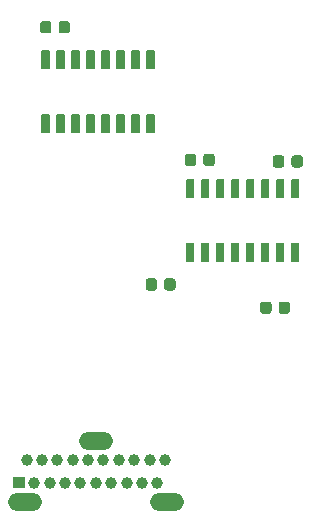
<source format=gbr>
%TF.GenerationSoftware,KiCad,Pcbnew,(5.1.12)-1*%
%TF.CreationDate,2021-11-30T21:21:33-06:00*%
%TF.ProjectId,MA710_encoder,4d413731-305f-4656-9e63-6f6465722e6b,rev?*%
%TF.SameCoordinates,Original*%
%TF.FileFunction,Soldermask,Top*%
%TF.FilePolarity,Negative*%
%FSLAX46Y46*%
G04 Gerber Fmt 4.6, Leading zero omitted, Abs format (unit mm)*
G04 Created by KiCad (PCBNEW (5.1.12)-1) date 2021-11-30 21:21:33*
%MOMM*%
%LPD*%
G01*
G04 APERTURE LIST*
%ADD10C,1.000000*%
%ADD11O,2.900000X1.500000*%
G04 APERTURE END LIST*
%TO.C,U14*%
G36*
G01*
X172639000Y-114432000D02*
X172039000Y-114432000D01*
G75*
G02*
X171989000Y-114382000I0J50000D01*
G01*
X171989000Y-112882000D01*
G75*
G02*
X172039000Y-112832000I50000J0D01*
G01*
X172639000Y-112832000D01*
G75*
G02*
X172689000Y-112882000I0J-50000D01*
G01*
X172689000Y-114382000D01*
G75*
G02*
X172639000Y-114432000I-50000J0D01*
G01*
G37*
G36*
G01*
X173909000Y-114432000D02*
X173309000Y-114432000D01*
G75*
G02*
X173259000Y-114382000I0J50000D01*
G01*
X173259000Y-112882000D01*
G75*
G02*
X173309000Y-112832000I50000J0D01*
G01*
X173909000Y-112832000D01*
G75*
G02*
X173959000Y-112882000I0J-50000D01*
G01*
X173959000Y-114382000D01*
G75*
G02*
X173909000Y-114432000I-50000J0D01*
G01*
G37*
G36*
G01*
X175179000Y-114432000D02*
X174579000Y-114432000D01*
G75*
G02*
X174529000Y-114382000I0J50000D01*
G01*
X174529000Y-112882000D01*
G75*
G02*
X174579000Y-112832000I50000J0D01*
G01*
X175179000Y-112832000D01*
G75*
G02*
X175229000Y-112882000I0J-50000D01*
G01*
X175229000Y-114382000D01*
G75*
G02*
X175179000Y-114432000I-50000J0D01*
G01*
G37*
G36*
G01*
X176449000Y-114432000D02*
X175849000Y-114432000D01*
G75*
G02*
X175799000Y-114382000I0J50000D01*
G01*
X175799000Y-112882000D01*
G75*
G02*
X175849000Y-112832000I50000J0D01*
G01*
X176449000Y-112832000D01*
G75*
G02*
X176499000Y-112882000I0J-50000D01*
G01*
X176499000Y-114382000D01*
G75*
G02*
X176449000Y-114432000I-50000J0D01*
G01*
G37*
G36*
G01*
X177719000Y-114432000D02*
X177119000Y-114432000D01*
G75*
G02*
X177069000Y-114382000I0J50000D01*
G01*
X177069000Y-112882000D01*
G75*
G02*
X177119000Y-112832000I50000J0D01*
G01*
X177719000Y-112832000D01*
G75*
G02*
X177769000Y-112882000I0J-50000D01*
G01*
X177769000Y-114382000D01*
G75*
G02*
X177719000Y-114432000I-50000J0D01*
G01*
G37*
G36*
G01*
X178989000Y-114432000D02*
X178389000Y-114432000D01*
G75*
G02*
X178339000Y-114382000I0J50000D01*
G01*
X178339000Y-112882000D01*
G75*
G02*
X178389000Y-112832000I50000J0D01*
G01*
X178989000Y-112832000D01*
G75*
G02*
X179039000Y-112882000I0J-50000D01*
G01*
X179039000Y-114382000D01*
G75*
G02*
X178989000Y-114432000I-50000J0D01*
G01*
G37*
G36*
G01*
X180259000Y-114432000D02*
X179659000Y-114432000D01*
G75*
G02*
X179609000Y-114382000I0J50000D01*
G01*
X179609000Y-112882000D01*
G75*
G02*
X179659000Y-112832000I50000J0D01*
G01*
X180259000Y-112832000D01*
G75*
G02*
X180309000Y-112882000I0J-50000D01*
G01*
X180309000Y-114382000D01*
G75*
G02*
X180259000Y-114432000I-50000J0D01*
G01*
G37*
G36*
G01*
X181529000Y-114432000D02*
X180929000Y-114432000D01*
G75*
G02*
X180879000Y-114382000I0J50000D01*
G01*
X180879000Y-112882000D01*
G75*
G02*
X180929000Y-112832000I50000J0D01*
G01*
X181529000Y-112832000D01*
G75*
G02*
X181579000Y-112882000I0J-50000D01*
G01*
X181579000Y-114382000D01*
G75*
G02*
X181529000Y-114432000I-50000J0D01*
G01*
G37*
G36*
G01*
X181529000Y-119832000D02*
X180929000Y-119832000D01*
G75*
G02*
X180879000Y-119782000I0J50000D01*
G01*
X180879000Y-118282000D01*
G75*
G02*
X180929000Y-118232000I50000J0D01*
G01*
X181529000Y-118232000D01*
G75*
G02*
X181579000Y-118282000I0J-50000D01*
G01*
X181579000Y-119782000D01*
G75*
G02*
X181529000Y-119832000I-50000J0D01*
G01*
G37*
G36*
G01*
X180259000Y-119832000D02*
X179659000Y-119832000D01*
G75*
G02*
X179609000Y-119782000I0J50000D01*
G01*
X179609000Y-118282000D01*
G75*
G02*
X179659000Y-118232000I50000J0D01*
G01*
X180259000Y-118232000D01*
G75*
G02*
X180309000Y-118282000I0J-50000D01*
G01*
X180309000Y-119782000D01*
G75*
G02*
X180259000Y-119832000I-50000J0D01*
G01*
G37*
G36*
G01*
X178989000Y-119832000D02*
X178389000Y-119832000D01*
G75*
G02*
X178339000Y-119782000I0J50000D01*
G01*
X178339000Y-118282000D01*
G75*
G02*
X178389000Y-118232000I50000J0D01*
G01*
X178989000Y-118232000D01*
G75*
G02*
X179039000Y-118282000I0J-50000D01*
G01*
X179039000Y-119782000D01*
G75*
G02*
X178989000Y-119832000I-50000J0D01*
G01*
G37*
G36*
G01*
X177719000Y-119832000D02*
X177119000Y-119832000D01*
G75*
G02*
X177069000Y-119782000I0J50000D01*
G01*
X177069000Y-118282000D01*
G75*
G02*
X177119000Y-118232000I50000J0D01*
G01*
X177719000Y-118232000D01*
G75*
G02*
X177769000Y-118282000I0J-50000D01*
G01*
X177769000Y-119782000D01*
G75*
G02*
X177719000Y-119832000I-50000J0D01*
G01*
G37*
G36*
G01*
X176449000Y-119832000D02*
X175849000Y-119832000D01*
G75*
G02*
X175799000Y-119782000I0J50000D01*
G01*
X175799000Y-118282000D01*
G75*
G02*
X175849000Y-118232000I50000J0D01*
G01*
X176449000Y-118232000D01*
G75*
G02*
X176499000Y-118282000I0J-50000D01*
G01*
X176499000Y-119782000D01*
G75*
G02*
X176449000Y-119832000I-50000J0D01*
G01*
G37*
G36*
G01*
X175179000Y-119832000D02*
X174579000Y-119832000D01*
G75*
G02*
X174529000Y-119782000I0J50000D01*
G01*
X174529000Y-118282000D01*
G75*
G02*
X174579000Y-118232000I50000J0D01*
G01*
X175179000Y-118232000D01*
G75*
G02*
X175229000Y-118282000I0J-50000D01*
G01*
X175229000Y-119782000D01*
G75*
G02*
X175179000Y-119832000I-50000J0D01*
G01*
G37*
G36*
G01*
X173909000Y-119832000D02*
X173309000Y-119832000D01*
G75*
G02*
X173259000Y-119782000I0J50000D01*
G01*
X173259000Y-118282000D01*
G75*
G02*
X173309000Y-118232000I50000J0D01*
G01*
X173909000Y-118232000D01*
G75*
G02*
X173959000Y-118282000I0J-50000D01*
G01*
X173959000Y-119782000D01*
G75*
G02*
X173909000Y-119832000I-50000J0D01*
G01*
G37*
G36*
G01*
X172639000Y-119832000D02*
X172039000Y-119832000D01*
G75*
G02*
X171989000Y-119782000I0J50000D01*
G01*
X171989000Y-118282000D01*
G75*
G02*
X172039000Y-118232000I50000J0D01*
G01*
X172639000Y-118232000D01*
G75*
G02*
X172689000Y-118282000I0J-50000D01*
G01*
X172689000Y-119782000D01*
G75*
G02*
X172639000Y-119832000I-50000J0D01*
G01*
G37*
%TD*%
%TO.C,U9*%
G36*
G01*
X160383500Y-103510000D02*
X159783500Y-103510000D01*
G75*
G02*
X159733500Y-103460000I0J50000D01*
G01*
X159733500Y-101960000D01*
G75*
G02*
X159783500Y-101910000I50000J0D01*
G01*
X160383500Y-101910000D01*
G75*
G02*
X160433500Y-101960000I0J-50000D01*
G01*
X160433500Y-103460000D01*
G75*
G02*
X160383500Y-103510000I-50000J0D01*
G01*
G37*
G36*
G01*
X161653500Y-103510000D02*
X161053500Y-103510000D01*
G75*
G02*
X161003500Y-103460000I0J50000D01*
G01*
X161003500Y-101960000D01*
G75*
G02*
X161053500Y-101910000I50000J0D01*
G01*
X161653500Y-101910000D01*
G75*
G02*
X161703500Y-101960000I0J-50000D01*
G01*
X161703500Y-103460000D01*
G75*
G02*
X161653500Y-103510000I-50000J0D01*
G01*
G37*
G36*
G01*
X162923500Y-103510000D02*
X162323500Y-103510000D01*
G75*
G02*
X162273500Y-103460000I0J50000D01*
G01*
X162273500Y-101960000D01*
G75*
G02*
X162323500Y-101910000I50000J0D01*
G01*
X162923500Y-101910000D01*
G75*
G02*
X162973500Y-101960000I0J-50000D01*
G01*
X162973500Y-103460000D01*
G75*
G02*
X162923500Y-103510000I-50000J0D01*
G01*
G37*
G36*
G01*
X164193500Y-103510000D02*
X163593500Y-103510000D01*
G75*
G02*
X163543500Y-103460000I0J50000D01*
G01*
X163543500Y-101960000D01*
G75*
G02*
X163593500Y-101910000I50000J0D01*
G01*
X164193500Y-101910000D01*
G75*
G02*
X164243500Y-101960000I0J-50000D01*
G01*
X164243500Y-103460000D01*
G75*
G02*
X164193500Y-103510000I-50000J0D01*
G01*
G37*
G36*
G01*
X165463500Y-103510000D02*
X164863500Y-103510000D01*
G75*
G02*
X164813500Y-103460000I0J50000D01*
G01*
X164813500Y-101960000D01*
G75*
G02*
X164863500Y-101910000I50000J0D01*
G01*
X165463500Y-101910000D01*
G75*
G02*
X165513500Y-101960000I0J-50000D01*
G01*
X165513500Y-103460000D01*
G75*
G02*
X165463500Y-103510000I-50000J0D01*
G01*
G37*
G36*
G01*
X166733500Y-103510000D02*
X166133500Y-103510000D01*
G75*
G02*
X166083500Y-103460000I0J50000D01*
G01*
X166083500Y-101960000D01*
G75*
G02*
X166133500Y-101910000I50000J0D01*
G01*
X166733500Y-101910000D01*
G75*
G02*
X166783500Y-101960000I0J-50000D01*
G01*
X166783500Y-103460000D01*
G75*
G02*
X166733500Y-103510000I-50000J0D01*
G01*
G37*
G36*
G01*
X168003500Y-103510000D02*
X167403500Y-103510000D01*
G75*
G02*
X167353500Y-103460000I0J50000D01*
G01*
X167353500Y-101960000D01*
G75*
G02*
X167403500Y-101910000I50000J0D01*
G01*
X168003500Y-101910000D01*
G75*
G02*
X168053500Y-101960000I0J-50000D01*
G01*
X168053500Y-103460000D01*
G75*
G02*
X168003500Y-103510000I-50000J0D01*
G01*
G37*
G36*
G01*
X169273500Y-103510000D02*
X168673500Y-103510000D01*
G75*
G02*
X168623500Y-103460000I0J50000D01*
G01*
X168623500Y-101960000D01*
G75*
G02*
X168673500Y-101910000I50000J0D01*
G01*
X169273500Y-101910000D01*
G75*
G02*
X169323500Y-101960000I0J-50000D01*
G01*
X169323500Y-103460000D01*
G75*
G02*
X169273500Y-103510000I-50000J0D01*
G01*
G37*
G36*
G01*
X169273500Y-108910000D02*
X168673500Y-108910000D01*
G75*
G02*
X168623500Y-108860000I0J50000D01*
G01*
X168623500Y-107360000D01*
G75*
G02*
X168673500Y-107310000I50000J0D01*
G01*
X169273500Y-107310000D01*
G75*
G02*
X169323500Y-107360000I0J-50000D01*
G01*
X169323500Y-108860000D01*
G75*
G02*
X169273500Y-108910000I-50000J0D01*
G01*
G37*
G36*
G01*
X168003500Y-108910000D02*
X167403500Y-108910000D01*
G75*
G02*
X167353500Y-108860000I0J50000D01*
G01*
X167353500Y-107360000D01*
G75*
G02*
X167403500Y-107310000I50000J0D01*
G01*
X168003500Y-107310000D01*
G75*
G02*
X168053500Y-107360000I0J-50000D01*
G01*
X168053500Y-108860000D01*
G75*
G02*
X168003500Y-108910000I-50000J0D01*
G01*
G37*
G36*
G01*
X166733500Y-108910000D02*
X166133500Y-108910000D01*
G75*
G02*
X166083500Y-108860000I0J50000D01*
G01*
X166083500Y-107360000D01*
G75*
G02*
X166133500Y-107310000I50000J0D01*
G01*
X166733500Y-107310000D01*
G75*
G02*
X166783500Y-107360000I0J-50000D01*
G01*
X166783500Y-108860000D01*
G75*
G02*
X166733500Y-108910000I-50000J0D01*
G01*
G37*
G36*
G01*
X165463500Y-108910000D02*
X164863500Y-108910000D01*
G75*
G02*
X164813500Y-108860000I0J50000D01*
G01*
X164813500Y-107360000D01*
G75*
G02*
X164863500Y-107310000I50000J0D01*
G01*
X165463500Y-107310000D01*
G75*
G02*
X165513500Y-107360000I0J-50000D01*
G01*
X165513500Y-108860000D01*
G75*
G02*
X165463500Y-108910000I-50000J0D01*
G01*
G37*
G36*
G01*
X164193500Y-108910000D02*
X163593500Y-108910000D01*
G75*
G02*
X163543500Y-108860000I0J50000D01*
G01*
X163543500Y-107360000D01*
G75*
G02*
X163593500Y-107310000I50000J0D01*
G01*
X164193500Y-107310000D01*
G75*
G02*
X164243500Y-107360000I0J-50000D01*
G01*
X164243500Y-108860000D01*
G75*
G02*
X164193500Y-108910000I-50000J0D01*
G01*
G37*
G36*
G01*
X162923500Y-108910000D02*
X162323500Y-108910000D01*
G75*
G02*
X162273500Y-108860000I0J50000D01*
G01*
X162273500Y-107360000D01*
G75*
G02*
X162323500Y-107310000I50000J0D01*
G01*
X162923500Y-107310000D01*
G75*
G02*
X162973500Y-107360000I0J-50000D01*
G01*
X162973500Y-108860000D01*
G75*
G02*
X162923500Y-108910000I-50000J0D01*
G01*
G37*
G36*
G01*
X161653500Y-108910000D02*
X161053500Y-108910000D01*
G75*
G02*
X161003500Y-108860000I0J50000D01*
G01*
X161003500Y-107360000D01*
G75*
G02*
X161053500Y-107310000I50000J0D01*
G01*
X161653500Y-107310000D01*
G75*
G02*
X161703500Y-107360000I0J-50000D01*
G01*
X161703500Y-108860000D01*
G75*
G02*
X161653500Y-108910000I-50000J0D01*
G01*
G37*
G36*
G01*
X160383500Y-108910000D02*
X159783500Y-108910000D01*
G75*
G02*
X159733500Y-108860000I0J50000D01*
G01*
X159733500Y-107360000D01*
G75*
G02*
X159783500Y-107310000I50000J0D01*
G01*
X160383500Y-107310000D01*
G75*
G02*
X160433500Y-107360000I0J-50000D01*
G01*
X160433500Y-108860000D01*
G75*
G02*
X160383500Y-108910000I-50000J0D01*
G01*
G37*
%TD*%
%TO.C,J4*%
G36*
G01*
X157338000Y-138951000D02*
X157338000Y-138051000D01*
G75*
G02*
X157388000Y-138001000I50000J0D01*
G01*
X158288000Y-138001000D01*
G75*
G02*
X158338000Y-138051000I0J-50000D01*
G01*
X158338000Y-138951000D01*
G75*
G02*
X158288000Y-139001000I-50000J0D01*
G01*
X157388000Y-139001000D01*
G75*
G02*
X157338000Y-138951000I0J50000D01*
G01*
G37*
D10*
X158488000Y-136581000D03*
X159138000Y-138501000D03*
X159788000Y-136581000D03*
X160438000Y-138501000D03*
X161088000Y-136581000D03*
X161738000Y-138501000D03*
X162388000Y-136581000D03*
X163038000Y-138501000D03*
X163688000Y-136581000D03*
X164338000Y-138501000D03*
X164988000Y-136581000D03*
X165638000Y-138501000D03*
X166288000Y-136581000D03*
X166938000Y-138501000D03*
X167588000Y-136581000D03*
X168238000Y-138501000D03*
X168888000Y-136581000D03*
X169538000Y-138501000D03*
X170188000Y-136581000D03*
D11*
X164338000Y-134961000D03*
X170338000Y-140121000D03*
X158338000Y-140121000D03*
%TD*%
%TO.C,R3*%
G36*
G01*
X180294000Y-111034250D02*
X180294000Y-111596750D01*
G75*
G02*
X180050250Y-111840500I-243750J0D01*
G01*
X179562750Y-111840500D01*
G75*
G02*
X179319000Y-111596750I0J243750D01*
G01*
X179319000Y-111034250D01*
G75*
G02*
X179562750Y-110790500I243750J0D01*
G01*
X180050250Y-110790500D01*
G75*
G02*
X180294000Y-111034250I0J-243750D01*
G01*
G37*
G36*
G01*
X181869000Y-111034250D02*
X181869000Y-111596750D01*
G75*
G02*
X181625250Y-111840500I-243750J0D01*
G01*
X181137750Y-111840500D01*
G75*
G02*
X180894000Y-111596750I0J243750D01*
G01*
X180894000Y-111034250D01*
G75*
G02*
X181137750Y-110790500I243750J0D01*
G01*
X181625250Y-110790500D01*
G75*
G02*
X181869000Y-111034250I0J-243750D01*
G01*
G37*
%TD*%
%TO.C,R2*%
G36*
G01*
X179214500Y-123416750D02*
X179214500Y-123979250D01*
G75*
G02*
X178970750Y-124223000I-243750J0D01*
G01*
X178483250Y-124223000D01*
G75*
G02*
X178239500Y-123979250I0J243750D01*
G01*
X178239500Y-123416750D01*
G75*
G02*
X178483250Y-123173000I243750J0D01*
G01*
X178970750Y-123173000D01*
G75*
G02*
X179214500Y-123416750I0J-243750D01*
G01*
G37*
G36*
G01*
X180789500Y-123416750D02*
X180789500Y-123979250D01*
G75*
G02*
X180545750Y-124223000I-243750J0D01*
G01*
X180058250Y-124223000D01*
G75*
G02*
X179814500Y-123979250I0J243750D01*
G01*
X179814500Y-123416750D01*
G75*
G02*
X180058250Y-123173000I243750J0D01*
G01*
X180545750Y-123173000D01*
G75*
G02*
X180789500Y-123416750I0J-243750D01*
G01*
G37*
%TD*%
%TO.C,R1*%
G36*
G01*
X170124500Y-122010750D02*
X170124500Y-121448250D01*
G75*
G02*
X170368250Y-121204500I243750J0D01*
G01*
X170855750Y-121204500D01*
G75*
G02*
X171099500Y-121448250I0J-243750D01*
G01*
X171099500Y-122010750D01*
G75*
G02*
X170855750Y-122254500I-243750J0D01*
G01*
X170368250Y-122254500D01*
G75*
G02*
X170124500Y-122010750I0J243750D01*
G01*
G37*
G36*
G01*
X168549500Y-122010750D02*
X168549500Y-121448250D01*
G75*
G02*
X168793250Y-121204500I243750J0D01*
G01*
X169280750Y-121204500D01*
G75*
G02*
X169524500Y-121448250I0J-243750D01*
G01*
X169524500Y-122010750D01*
G75*
G02*
X169280750Y-122254500I-243750J0D01*
G01*
X168793250Y-122254500D01*
G75*
G02*
X168549500Y-122010750I0J243750D01*
G01*
G37*
%TD*%
%TO.C,C3*%
G36*
G01*
X173439000Y-111469750D02*
X173439000Y-110907250D01*
G75*
G02*
X173682750Y-110663500I243750J0D01*
G01*
X174170250Y-110663500D01*
G75*
G02*
X174414000Y-110907250I0J-243750D01*
G01*
X174414000Y-111469750D01*
G75*
G02*
X174170250Y-111713500I-243750J0D01*
G01*
X173682750Y-111713500D01*
G75*
G02*
X173439000Y-111469750I0J243750D01*
G01*
G37*
G36*
G01*
X171864000Y-111469750D02*
X171864000Y-110907250D01*
G75*
G02*
X172107750Y-110663500I243750J0D01*
G01*
X172595250Y-110663500D01*
G75*
G02*
X172839000Y-110907250I0J-243750D01*
G01*
X172839000Y-111469750D01*
G75*
G02*
X172595250Y-111713500I-243750J0D01*
G01*
X172107750Y-111713500D01*
G75*
G02*
X171864000Y-111469750I0J243750D01*
G01*
G37*
%TD*%
%TO.C,C2*%
G36*
G01*
X161183500Y-100230250D02*
X161183500Y-99667750D01*
G75*
G02*
X161427250Y-99424000I243750J0D01*
G01*
X161914750Y-99424000D01*
G75*
G02*
X162158500Y-99667750I0J-243750D01*
G01*
X162158500Y-100230250D01*
G75*
G02*
X161914750Y-100474000I-243750J0D01*
G01*
X161427250Y-100474000D01*
G75*
G02*
X161183500Y-100230250I0J243750D01*
G01*
G37*
G36*
G01*
X159608500Y-100230250D02*
X159608500Y-99667750D01*
G75*
G02*
X159852250Y-99424000I243750J0D01*
G01*
X160339750Y-99424000D01*
G75*
G02*
X160583500Y-99667750I0J-243750D01*
G01*
X160583500Y-100230250D01*
G75*
G02*
X160339750Y-100474000I-243750J0D01*
G01*
X159852250Y-100474000D01*
G75*
G02*
X159608500Y-100230250I0J243750D01*
G01*
G37*
%TD*%
M02*

</source>
